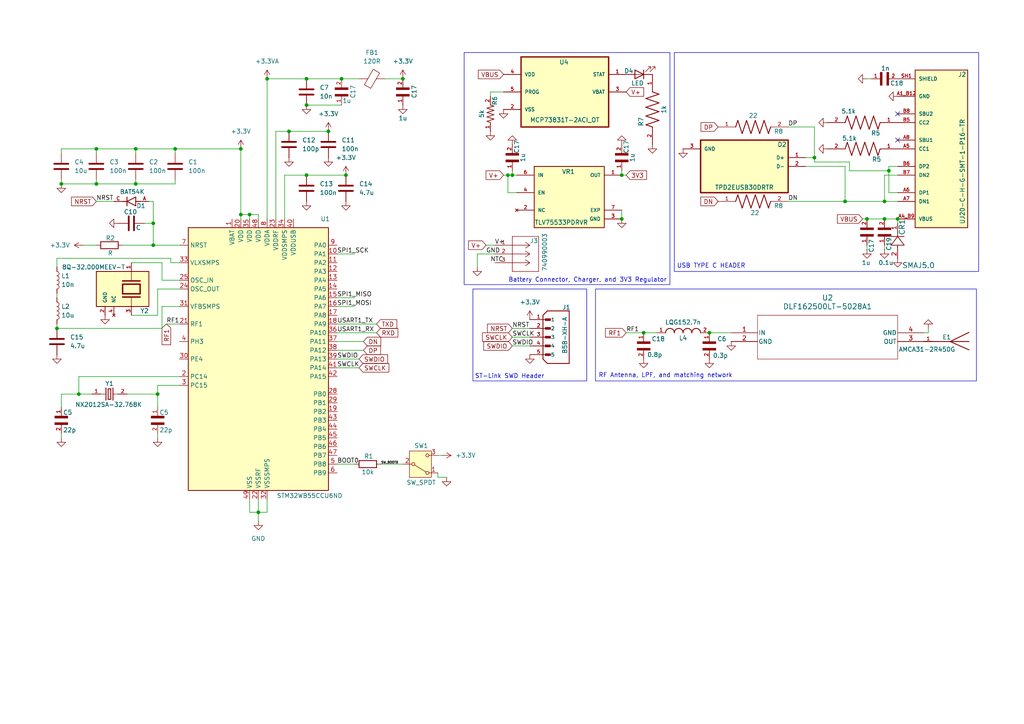
<source format=kicad_sch>
(kicad_sch (version 20250114) (generator "eeschema") (generator_version "9.0")
  (paper "A4")
  (rectangle (start 195.58 15.24) (end 283.845 78.74))
  (rectangle (start 134.62 15.24) (end 194.31 82.55))
  (rectangle (start 137.16 83.82) (end 170.18 110.49))
  (rectangle (start 172.72 83.82) (end 283.21 110.49))
  (text "RF Antenna, LPF, and matching network" (at 193.04 108.966 0) (effects (font (size 1.27 1.27))))
  (text "USB TYPE C HEADER " (at 206.756 77.216 0) (effects (font (size 1.27 1.27))))
  (text "ST-Link SWD Header" (at 147.828 109.22 0) (effects (font (size 1.27 1.27))))
  (text "Battery Connector, Charger, and 3V3 Regulator" (at 170.434 81.28 0) (effects (font (size 1.27 1.27))))
  (junction (at 251.46 63.5))
  (junction (at 95.25 38.1))
  (junction (at 50.8 43.18))
  (junction (at 147.32 50.8))
  (junction (at 256.54 63.5))
  (junction (at 88.9 50.8))
  (junction (at 39.37 53.34))
  (junction (at 205.74 96.52))
  (junction (at 180.34 63.5))
  (junction (at 83.82 38.1))
  (junction (at 245.11 58.42))
  (junction (at 77.47 22.86))
  (junction (at 69.85 43.18))
  (junction (at 27.94 53.34))
  (junction (at 27.94 43.18))
  (junction (at 256.54 58.42))
  (junction (at 116.84 22.86))
  (junction (at 45.72 114.3))
  (junction (at 22.86 114.3))
  (junction (at 39.37 43.18))
  (junction (at 44.45 71.12))
  (junction (at 88.9 30.48))
  (junction (at 148.59 50.8))
  (junction (at 180.34 50.8))
  (junction (at 72.39 62.23))
  (junction (at 17.78 53.34))
  (junction (at 88.9 22.86))
  (junction (at 74.93 148.59))
  (junction (at 16.51 95.25))
  (junction (at 99.06 22.86))
  (junction (at 100.33 50.8))
  (junction (at 69.85 62.23))
  (junction (at 236.22 45.72))
  (junction (at 260.35 63.5))
  (junction (at 186.69 96.52))
  (junction (at 257.81 49.53))
  (junction (at 44.45 64.77))
  (no_connect (at 260.35 40.64))
  (no_connect (at 260.35 33.02))
  (wire (pts (xy 38.1 91.44) (xy 45.72 91.44)))
  (wire (pts (xy 267.97 96.52) (xy 269.24 96.52)))
  (wire (pts (xy 236.22 36.83) (xy 228.6 36.83)))
  (wire (pts (xy 74.93 62.23) (xy 72.39 62.23)))
  (wire (pts (xy 257.81 55.88) (xy 260.35 55.88)))
  (wire (pts (xy 127 132.08) (xy 128.27 132.08)))
  (wire (pts (xy 97.79 86.36) (xy 102.87 86.36)))
  (wire (pts (xy 88.9 22.86) (xy 99.06 22.86)))
  (wire (pts (xy 27.94 58.42) (xy 33.02 58.42)))
  (wire (pts (xy 27.94 53.34) (xy 39.37 53.34)))
  (wire (pts (xy 16.51 95.25) (xy 46.99 95.25)))
  (wire (pts (xy 245.11 48.26) (xy 233.68 48.26)))
  (wire (pts (xy 46.99 88.9) (xy 52.07 88.9)))
  (wire (pts (xy 39.37 43.18) (xy 50.8 43.18)))
  (wire (pts (xy 127 137.16) (xy 127 138.43)))
  (wire (pts (xy 97.79 104.14) (xy 104.14 104.14)))
  (wire (pts (xy 44.45 58.42) (xy 43.18 58.42)))
  (wire (pts (xy 35.56 71.12) (xy 44.45 71.12)))
  (wire (pts (xy 148.59 50.8) (xy 149.86 50.8)))
  (wire (pts (xy 80.01 38.1) (xy 83.82 38.1)))
  (wire (pts (xy 74.93 144.78) (xy 74.93 148.59)))
  (wire (pts (xy 97.79 101.6) (xy 105.41 101.6)))
  (wire (pts (xy 148.59 97.79) (xy 153.67 97.79)))
  (wire (pts (xy 82.55 50.8) (xy 88.9 50.8)))
  (wire (pts (xy 17.78 43.18) (xy 17.78 44.45)))
  (wire (pts (xy 138.43 73.66) (xy 138.43 77.47)))
  (wire (pts (xy 111.76 22.86) (xy 116.84 22.86)))
  (wire (pts (xy 22.86 114.3) (xy 17.78 114.3)))
  (wire (pts (xy 44.45 71.12) (xy 44.45 64.77)))
  (wire (pts (xy 102.87 134.62) (xy 97.79 134.62)))
  (wire (pts (xy 36.83 114.3) (xy 45.72 114.3)))
  (wire (pts (xy 97.79 73.66) (xy 102.87 73.66)))
  (wire (pts (xy 269.24 96.52) (xy 269.24 95.25)))
  (wire (pts (xy 22.86 114.3) (xy 26.67 114.3)))
  (wire (pts (xy 77.47 22.86) (xy 88.9 22.86)))
  (wire (pts (xy 251.46 71.12) (xy 251.46 72.39)))
  (wire (pts (xy 256.54 58.42) (xy 260.35 58.42)))
  (wire (pts (xy 251.46 22.86) (xy 252.73 22.86)))
  (wire (pts (xy 16.51 74.93) (xy 16.51 77.47)))
  (wire (pts (xy 17.78 114.3) (xy 17.78 118.11)))
  (wire (pts (xy 260.35 48.26) (xy 257.81 48.26)))
  (wire (pts (xy 74.93 63.5) (xy 74.93 62.23)))
  (wire (pts (xy 245.11 58.42) (xy 256.54 58.42)))
  (wire (pts (xy 69.85 62.23) (xy 69.85 63.5)))
  (wire (pts (xy 82.55 50.8) (xy 82.55 63.5)))
  (wire (pts (xy 50.8 43.18) (xy 50.8 44.45)))
  (wire (pts (xy 186.69 96.52) (xy 190.5 96.52)))
  (wire (pts (xy 69.85 43.18) (xy 69.85 62.23)))
  (wire (pts (xy 236.22 45.72) (xy 236.22 36.83)))
  (wire (pts (xy 149.86 55.88) (xy 147.32 55.88)))
  (wire (pts (xy 17.78 53.34) (xy 27.94 53.34)))
  (wire (pts (xy 147.32 50.8) (xy 148.59 50.8)))
  (wire (pts (xy 142.24 26.67) (xy 146.05 26.67)))
  (wire (pts (xy 52.07 111.76) (xy 45.72 111.76)))
  (wire (pts (xy 140.97 71.12) (xy 143.51 71.12)))
  (wire (pts (xy 83.82 38.1) (xy 95.25 38.1)))
  (wire (pts (xy 27.94 52.07) (xy 27.94 53.34)))
  (wire (pts (xy 256.54 50.8) (xy 256.54 58.42)))
  (wire (pts (xy 44.45 71.12) (xy 52.07 71.12)))
  (wire (pts (xy 72.39 144.78) (xy 72.39 148.59)))
  (wire (pts (xy 97.79 106.68) (xy 104.14 106.68)))
  (wire (pts (xy 205.74 96.52) (xy 212.09 96.52)))
  (wire (pts (xy 97.79 88.9) (xy 102.87 88.9)))
  (wire (pts (xy 27.94 43.18) (xy 27.94 44.45)))
  (wire (pts (xy 181.61 96.52) (xy 186.69 96.52)))
  (wire (pts (xy 27.94 43.18) (xy 39.37 43.18)))
  (wire (pts (xy 180.34 60.96) (xy 180.34 63.5)))
  (wire (pts (xy 233.68 45.72) (xy 236.22 45.72)))
  (wire (pts (xy 39.37 43.18) (xy 39.37 44.45)))
  (wire (pts (xy 88.9 50.8) (xy 100.33 50.8)))
  (wire (pts (xy 143.51 73.66) (xy 138.43 73.66)))
  (wire (pts (xy 45.72 111.76) (xy 45.72 114.3)))
  (wire (pts (xy 80.01 63.5) (xy 80.01 38.1)))
  (wire (pts (xy 24.13 71.12) (xy 27.94 71.12)))
  (wire (pts (xy 77.47 148.59) (xy 74.93 148.59)))
  (wire (pts (xy 48.26 93.98) (xy 52.07 93.98)))
  (wire (pts (xy 45.72 91.44) (xy 45.72 83.82)))
  (wire (pts (xy 52.07 109.22) (xy 22.86 109.22)))
  (wire (pts (xy 236.22 46.99) (xy 236.22 45.72)))
  (wire (pts (xy 17.78 125.73) (xy 17.78 127)))
  (wire (pts (xy 256.54 71.12) (xy 256.54 72.39)))
  (wire (pts (xy 88.9 30.48) (xy 99.06 30.48)))
  (wire (pts (xy 45.72 114.3) (xy 45.72 118.11)))
  (wire (pts (xy 44.45 58.42) (xy 44.45 64.77)))
  (wire (pts (xy 260.35 50.8) (xy 256.54 50.8)))
  (wire (pts (xy 45.72 83.82) (xy 52.07 83.82)))
  (wire (pts (xy 257.81 48.26) (xy 257.81 49.53)))
  (wire (pts (xy 245.11 58.42) (xy 245.11 48.26)))
  (wire (pts (xy 148.59 100.33) (xy 153.67 100.33)))
  (wire (pts (xy 16.51 93.98) (xy 16.51 95.25)))
  (wire (pts (xy 46.99 81.28) (xy 52.07 81.28)))
  (wire (pts (xy 148.59 95.25) (xy 153.67 95.25)))
  (wire (pts (xy 257.81 49.53) (xy 257.81 55.88)))
  (wire (pts (xy 97.79 99.06) (xy 105.41 99.06)))
  (wire (pts (xy 16.51 85.09) (xy 16.51 86.36)))
  (wire (pts (xy 39.37 53.34) (xy 39.37 52.07)))
  (wire (pts (xy 251.46 63.5) (xy 256.54 63.5)))
  (wire (pts (xy 97.79 96.52) (xy 109.22 96.52)))
  (wire (pts (xy 236.22 46.99) (xy 246.38 46.99)))
  (wire (pts (xy 52.07 76.2) (xy 49.53 76.2)))
  (wire (pts (xy 72.39 63.5) (xy 72.39 62.23)))
  (wire (pts (xy 17.78 52.07) (xy 17.78 53.34)))
  (wire (pts (xy 181.61 50.8) (xy 180.34 50.8)))
  (wire (pts (xy 147.32 55.88) (xy 147.32 50.8)))
  (wire (pts (xy 74.93 148.59) (xy 74.93 151.13)))
  (wire (pts (xy 49.53 76.2) (xy 49.53 74.93)))
  (wire (pts (xy 228.6 58.42) (xy 245.11 58.42)))
  (wire (pts (xy 72.39 62.23) (xy 69.85 62.23)))
  (wire (pts (xy 127 138.43) (xy 129.54 138.43)))
  (wire (pts (xy 180.34 49.53) (xy 180.34 50.8)))
  (wire (pts (xy 49.53 74.93) (xy 16.51 74.93)))
  (wire (pts (xy 246.38 49.53) (xy 246.38 46.99)))
  (wire (pts (xy 97.79 93.98) (xy 109.22 93.98)))
  (wire (pts (xy 72.39 148.59) (xy 74.93 148.59)))
  (wire (pts (xy 77.47 63.5) (xy 77.47 22.86)))
  (wire (pts (xy 50.8 53.34) (xy 50.8 52.07)))
  (wire (pts (xy 50.8 43.18) (xy 69.85 43.18)))
  (wire (pts (xy 77.47 144.78) (xy 77.47 148.59)))
  (wire (pts (xy 116.84 134.62) (xy 110.49 134.62)))
  (wire (pts (xy 142.24 27.94) (xy 142.24 26.67)))
  (wire (pts (xy 256.54 63.5) (xy 260.35 63.5)))
  (wire (pts (xy 260.35 64.77) (xy 260.35 63.5)))
  (wire (pts (xy 22.86 109.22) (xy 22.86 114.3)))
  (wire (pts (xy 38.1 76.2) (xy 46.99 76.2)))
  (wire (pts (xy 44.45 64.77) (xy 41.91 64.77)))
  (wire (pts (xy 146.05 50.8) (xy 147.32 50.8)))
  (wire (pts (xy 45.72 125.73) (xy 45.72 127)))
  (wire (pts (xy 99.06 22.86) (xy 104.14 22.86)))
  (wire (pts (xy 46.99 95.25) (xy 46.99 88.9)))
  (wire (pts (xy 46.99 76.2) (xy 46.99 81.28)))
  (wire (pts (xy 148.59 49.53) (xy 148.59 50.8)))
  (wire (pts (xy 39.37 53.34) (xy 50.8 53.34)))
  (wire (pts (xy 257.81 49.53) (xy 246.38 49.53)))
  (wire (pts (xy 250.19 63.5) (xy 251.46 63.5)))
  (wire (pts (xy 17.78 43.18) (xy 27.94 43.18)))
  (label "DP" (at 228.6 36.83 0))
  (label "NRST" (at 148.59 95.25 0))
  (label "SWDIO" (at 148.59 100.33 0))
  (label "USART1_RX" (at 97.79 96.52 0))
  (label "RF1" (at 181.61 96.52 0))
  (label "USART1_TX" (at 97.79 93.98 0))
  (label "BOOT0" (at 97.79 134.62 0))
  (label "RF1" (at 48.26 93.98 0))
  (label "DN" (at 228.6 58.42 0))
  (label "SW_BOOT0" (at 110.49 134.62 0) (effects (font (size 0.635 0.635))))
  (label "NTC" (at 142.24 76.2 0))
  (label "SPI1_MOSI" (at 97.79 88.9 0))
  (label "SPI1_MISO" (at 97.79 86.36 0))
  (label "SPI1_SCK" (at 97.79 73.66 0))
  (label "V+" (at 143.51 71.12 0))
  (label "NRST" (at 27.94 58.42 0))
  (label "SWCLK" (at 97.79 106.68 0))
  (label "SWDIO" (at 97.79 104.14 0))
  (label "GND" (at 140.97 73.66 0))
  (label "SWCLK" (at 148.59 97.79 0))
  (global_label "DN" (shape input) (at 105.41 99.06 0) (property "Intersheetrefs" "${INTERSHEET_REFS}" (effects (hide yes))))
  (global_label "NRST" (shape input) (at 148.59 95.25 180) (property "Intersheetrefs" "${INTERSHEET_REFS}" (effects (hide yes))))
  (global_label "RXD" (shape input) (at 109.22 96.52 0) (property "Intersheetrefs" "${INTERSHEET_REFS}" (effects (hide yes))))
  (global_label "V+" (shape input) (at 181.61 26.67 0) (property "Intersheetrefs" "${INTERSHEET_REFS}" (effects (hide yes))))
  (global_label "DP" (shape input) (at 105.41 101.6 0) (property "Intersheetrefs" "${INTERSHEET_REFS}" (effects (hide yes))))
  (global_label "RF1" (shape input) (at 48.26 93.98 270) (property "Intersheetrefs" "${INTERSHEET_REFS}" (effects (hide yes))))
  (global_label "SWCLK" (shape input) (at 148.59 97.79 180) (property "Intersheetrefs" "${INTERSHEET_REFS}" (effects (hide yes))))
  (global_label "V+" (shape input) (at 146.05 50.8 180) (property "Intersheetrefs" "${INTERSHEET_REFS}" (effects (hide yes))))
  (global_label "NRST" (shape input) (at 27.94 58.42 180) (property "Intersheetrefs" "${INTERSHEET_REFS}" (effects (hide yes))))
  (global_label "VBUS" (shape input) (at 146.05 21.59 180) (property "Intersheetrefs" "${INTERSHEET_REFS}" (effects (hide yes))))
  (global_label "V+" (shape input) (at 140.97 71.12 180) (property "Intersheetrefs" "${INTERSHEET_REFS}" (effects (hide yes))))
  (global_label "SWDIO" (shape input) (at 104.14 104.14 0) (property "Intersheetrefs" "${INTERSHEET_REFS}" (effects (hide yes))))
  (global_label "TXD" (shape input) (at 109.22 93.98 0) (property "Intersheetrefs" "${INTERSHEET_REFS}" (effects (hide yes))))
  (global_label "DN" (shape input) (at 208.28 58.42 180) (property "Intersheetrefs" "${INTERSHEET_REFS}" (effects (hide yes))))
  (global_label "VBUS" (shape input) (at 250.19 63.5 180) (property "Intersheetrefs" "${INTERSHEET_REFS}" (effects (hide yes))))
  (global_label "RF1" (shape input) (at 181.61 96.52 180) (property "Intersheetrefs" "${INTERSHEET_REFS}" (effects (hide yes))))
  (global_label "DP" (shape input) (at 208.28 36.83 180) (property "Intersheetrefs" "${INTERSHEET_REFS}" (effects (hide yes))))
  (global_label "SWCLK" (shape input) (at 104.14 106.68 0) (property "Intersheetrefs" "${INTERSHEET_REFS}" (effects (hide yes))))
  (global_label "SWDIO" (shape input) (at 148.59 100.33 180) (property "Intersheetrefs" "${INTERSHEET_REFS}" (effects (hide yes))))
  (global_label "3V3" (shape input) (at 181.61 50.8 0) (property "Intersheetrefs" "${INTERSHEET_REFS}" (effects (hide yes))))
  (symbol (lib_id "power:GND") (at 189.23 41.91 0) (unit 1)
    (property "Reference" "#PWR041" (effects (hide yes)))
    (property "Value" "GND" (effects (hide yes)))
    (property "Description" "Power symbol creates a global label with name \"GND\" , ground" (effects (hide yes)))
  )
  (symbol (lib_id "JMK105BJ105KV-F:JMK105BJ105KV-F") (at 116.84 27.94 90) (unit 1)
    (property "Reference" "C17" (at 120.142 24.638 0) (effects (justify right)))
    (property "Value" "1u" (at 115.57 34.29 90) (effects (justify right)))
    (property "Footprint" "JMK105BJ105KV-F:CAPC1005X55N" (effects (hide yes)))
    (property "DigiKey_Part_Number" "587-1231-1-ND" (effects (hide yes)))
    (property "SnapEDA_Link" "https://www.snapeda.com/parts/JMK105BJ105KV-F/Taiyo+Yuden/view-part/?ref=snap" (effects (hide yes)))
    (property "Description_1" "1 µF ±10% 6.3V Ceramic Capacitor X5R 0402 (1005 Metric)" (effects (hide yes)))
    (property "MF" "Taiyo Yuden" (effects (hide yes)))
    (property "Package" "1005 Taiyo Yuden" (effects (hide yes)))
    (property "Check_prices" "https://www.snapeda.com/parts/JMK105BJ105KV-F/Taiyo+Yuden/view-part/?ref=eda" (effects (hide yes)))
    (property "MP" "JMK105BJ105KV-F" (effects (hide yes)))
  )
  (symbol (lib_id "power:GND") (at 95.25 45.72 0) (unit 1)
    (property "Reference" "#PWR013" (effects (hide yes)))
    (property "Value" "GND" (effects (hide yes)))
    (property "Description" "Power symbol creates a global label with name \"GND\" , ground" (effects (hide yes)))
  )
  (symbol (lib_id "power:GND") (at 256.54 72.39 0) (unit 1)
    (property "Reference" "#PWR043" (effects (hide yes)))
    (property "Value" "GND" (effects (hide yes)))
    (property "Description" "Power symbol creates a global label with name \"GND\" , ground" (effects (hide yes)))
  )
  (symbol (lib_id "Device:FerriteBead") (at 107.95 22.86 90) (unit 1)
    (property "Reference" "FB1" (at 107.8992 15.24 90))
    (property "Value" "120R" (at 107.8992 17.78 90))
    (property "Description" "Ferrite bead" (effects (hide yes)))
  )
  (symbol (lib_id "power:GND") (at 17.78 53.34 0) (unit 1)
    (property "Reference" "#PWR04" (effects (hide yes)))
    (property "Value" "GND" (effects (hide yes)))
    (property "Description" "Power symbol creates a global label with name \"GND\" , ground" (effects (hide yes)))
  )
  (symbol (lib_id "power:+3.3V") (at 128.27 132.08 270) (unit 1)
    (property "Reference" "#PWR019" (effects (hide yes)))
    (property "Value" "+3.3V" (at 132.08 132.0799 90) (effects (justify left)))
    (property "Description" "Power symbol creates a global label with name \"+3.3V\"" (effects (hide yes)))
  )
  (symbol (lib_id "B5B-XH-A:B5B-XH-A") (at 161.29 97.79 0) (unit 1)
    (property "Reference" "J1" (at 163.068 89.154 0) (effects (justify left)))
    (property "Value" "B5B-XH-A" (at 163.83 102.616 90) (effects (justify left)))
    (property "Footprint" "B5B-XH-A:JST_B5B-XH-A" (effects (hide yes)))
    (property "DigiKey_Part_Number" "455-B5B-XH-A-ND" (effects (hide yes)))
    (property "SnapEDA_Link" "https://www.snapeda.com/parts/B5B-XH-A/JST/view-part/?ref=snap" (effects (hide yes)))
    (property "MAXIMUM_PACKAGE_HEIGHT" "7.00 mm" (effects (hide yes)))
    (property "Package" "None" (effects (hide yes)))
    (property "Check_prices" "https://www.snapeda.com/parts/B5B-XH-A/JST/view-part/?ref=eda" (effects (hide yes)))
    (property "STANDARD" "Manufacturer Recommendations" (effects (hide yes)))
    (property "PARTREV" "7/4/21" (effects (hide yes)))
    (property "MF" "JST" (effects (hide yes)))
    (property "MP" "B5B-XH-A" (effects (hide yes)))
    (property "Description_1" "JST Pin header, single-row straight 5-pin Header / Plug 5 Positions 2.5mm" (effects (hide yes)))
    (property "MANUFACTURER" "JST" (effects (hide yes)))
  )
  (symbol (lib_id "CRCW04021K00FKED:CRCW04021K00FKED") (at 189.23 31.75 270) (unit 1)
    (property "Reference" "R7" (at 185.928 35.306 0))
    (property "Value" "1k" (at 192.532 31.75 0))
    (property "Footprint" "CRCW04021K00FKED:RESC1005X40N" (effects (hide yes)))
    (property "DigiKey_Part_Number" "541-1.00KLCT-ND" (effects (hide yes)))
    (property "SnapEDA_Link" "https://www.snapeda.com/parts/CRCW04021K00FKED/Vishay+Dale/view-part/?ref=snap" (effects (hide yes)))
    (property "Description_1" "Resistor, Thick Film, 1 Kilohms, 0.063W, 1%, SMT, TCR 37 ppm/DegC, Tape and Reel | Vishay Dale CRCW04021K00FKED" (effects (hide yes)))
    (property "MF" "Vishay" (effects (hide yes)))
    (property "Package" "1005 Panasonic Electronic Components" (effects (hide yes)))
    (property "Check_prices" "https://www.snapeda.com/parts/CRCW04021K00FKED/Vishay+Dale/view-part/?ref=eda" (effects (hide yes)))
    (property "MP" "CRCW04021K00FKED" (effects (hide yes)))
  )
  (symbol (lib_id "CRCW040222R0FKED:CRCW040222R0FKED") (at 218.44 58.42 0) (unit 1)
    (property "Reference" "R8" (at 225.806 59.69 0))
    (property "Value" "22" (at 218.948 61.722 0))
    (property "Footprint" "CRCW040222R0FKED:RESC1005X40N" (effects (hide yes)))
    (property "DigiKey_Part_Number" "541-22.0LCT-ND" (effects (hide yes)))
    (property "SnapEDA_Link" "https://www.snapeda.com/parts/CRCW040222R0FKED/Vishay+Dale/view-part/?ref=snap" (effects (hide yes)))
    (property "Description_1" "Resistor;Thick Film;22 Ohms;0.063 W;1%;SMT;0402;TCR 37 ppm/DegC;Tape and Reel | Vishay Dale CRCW040222R0FKED" (effects (hide yes)))
    (property "MF" "Vishay Dale" (effects (hide yes)))
    (property "Package" "1005 Panasonic Electronic Components" (effects (hide yes)))
    (property "Check_prices" "https://www.snapeda.com/parts/CRCW040222R0FKED/Vishay+Dale/view-part/?ref=eda" (effects (hide yes)))
    (property "MP" "CRCW040222R0FKED" (effects (hide yes)))
  )
  (symbol (lib_id "power:+3.3V") (at 116.84 22.86 0) (unit 1)
    (property "Reference" "#PWR010" (effects (hide yes)))
    (property "Value" "+3.3V" (at 116.84 17.78 0))
    (property "Description" "Power symbol creates a global label with name \"+3.3V\"" (effects (hide yes)))
  )
  (symbol (lib_id "power:GND") (at 146.05 31.75 0) (unit 1)
    (property "Reference" "#PWR039" (effects (hide yes)))
    (property "Value" "GND" (effects (hide yes)))
    (property "Description" "Power symbol creates a global label with name \"GND\" , ground" (effects (hide yes)))
  )
  (symbol (lib_id "CL05A104KA5NNNC:CL05A104KA5NNNC") (at 256.54 68.58 90) (unit 1)
    (property "Reference" "C19" (at 257.81 68.834 0) (effects (justify right)))
    (property "Value" "0.1u" (at 254.762 76.2 90) (effects (justify right)))
    (property "Footprint" "CL05A104KA5NNNC:CAPC1005X55N" (effects (hide yes)))
    (property "L1_min" "0.15" (effects (hide yes)))
    (property "Check_prices" "https://www.snapeda.com/parts/CL05A104KA5NNNC/Samsung/view-part/?ref=eda" (effects (hide yes)))
    (property "Package" "SMD-2 Samsung" (effects (hide yes)))
    (property "STANDARD" "IPC 7351B" (effects (hide yes)))
    (property "E_min" "0.45" (effects (hide yes)))
    (property "SnapEDA_Link" "https://www.snapeda.com/parts/CL05A104KA5NNNC/Samsung/view-part/?ref=snap" (effects (hide yes)))
    (property "D_min" "0.95" (effects (hide yes)))
    (property "D_nom" "1.0" (effects (hide yes)))
    (property "L_min" "0.15" (effects (hide yes)))
    (property "E_max" "0.55" (effects (hide yes)))
    (property "DigiKey_Part_Number" "1276-1043-1-ND" (effects (hide yes)))
    (property "L_max" "0.35" (effects (hide yes)))
    (property "A_max" "0.55" (effects (hide yes)))
    (property "L1_nom" "0.25" (effects (hide yes)))
    (property "Description_1" "0.1 µF ±10% 25V Ceramic Capacitor X5R 0402 (1005 Metric)" (effects (hide yes)))
    (property "MF" "Samsung" (effects (hide yes)))
    (property "D_max" "1.05" (effects (hide yes)))
    (property "A_nom" "0.55" (effects (hide yes)))
    (property "L1_max" "0.35" (effects (hide yes)))
    (property "A_min" "0.55" (effects (hide yes)))
    (property "MP" "CL05A104KA5NNNC" (effects (hide yes)))
    (property "E_nom" "0.5" (effects (hide yes)))
    (property "MANUFACTURER" "Samsung Electro-Mechanics" (effects (hide yes)))
    (property "L_nom" "0.25" (effects (hide yes)))
  )
  (symbol (lib_id "power:GND") (at 251.46 22.86 270) (unit 1)
    (property "Reference" "#PWR028" (effects (hide yes)))
    (property "Value" "GND" (effects (hide yes)))
    (property "Description" "Power symbol creates a global label with name \"GND\" , ground" (effects (hide yes)))
  )
  (symbol (lib_id "740990003:740990003") (at 143.51 71.12 0) (unit 1)
    (property "Reference" "J3" (at 153.67 69.85 0) (effects (justify left)))
    (property "Value" "740990003" (at 157.988 78.74 90) (effects (justify left)))
    (property "Footprint" "740990003:CONN_SD-74099-001_03_MOL" (effects (hide yes)))
    (property "DigiKey_Part_Number" "23-0740990003-ND" (effects (hide yes)))
    (property "SnapEDA_Link" "https://www.snapeda.com/parts/740990003/Molex/view-part/?ref=snap" (effects (hide yes)))
    (property "Description_1" "Conn Shrouded Header (4 Sides) HDR 3 POS 2.54mm Solder ST SMD SL Tube" (effects (hide yes)))
    (property "Package" "None" (effects (hide yes)))
    (property "Check_prices" "https://www.snapeda.com/parts/740990003/Molex/view-part/?ref=eda" (effects (hide yes)))
    (property "MF" "Molex" (effects (hide yes)))
    (property "MP" "740990003" (effects (hide yes)))
    (property "MFR_NAME" "Molex Connector Corporation" (effects (hide yes)))
    (property "MANUFACTURER_PART_NUMBER" "740990003" (effects (hide yes)))
  )
  (symbol (lib_id "GRM1555C1HR80BA01D:GRM1555C1HR80BA01D") (at 186.69 99.06 270) (unit 1)
    (property "Reference" "C18" (at 188.976 98.298 90) (effects (justify left)))
    (property "Value" "0.8p" (at 187.706 102.87 90) (effects (justify left)))
    (property "Footprint" "GRM1555C1HR80BA01D:CAPC1005X55N" (effects (hide yes)))
    (property "DigiKey_Part_Number" "490-6269-1-ND" (effects (hide yes)))
    (property "SnapEDA_Link" "https://www.snapeda.com/parts/GRM1555C1HR80BA01D/Murata/view-part/?ref=snap" (effects (hide yes)))
    (property "Description_1" "SMD Capacitor C0G(EIA) with Capacitance: 0.80pF Tol. 0.1pF. Rated Voltage: 50Vdc" (effects (hide yes)))
    (property "MF" "Murata" (effects (hide yes)))
    (property "Package" "1005-2 Murata" (effects (hide yes)))
    (property "Check_prices" "https://www.snapeda.com/parts/GRM1555C1HR80BA01D/Murata/view-part/?ref=eda" (effects (hide yes)))
    (property "MP" "GRM1555C1HR80BA01D" (effects (hide yes)))
  )
  (symbol (lib_id "power:GND") (at 260.35 27.94 270) (unit 1)
    (property "Reference" "#PWR036" (effects (hide yes)))
    (property "Value" "GND" (effects (hide yes)))
    (property "Description" "Power symbol creates a global label with name \"GND\" , ground" (effects (hide yes)))
  )
  (symbol (lib_id "power:GND") (at 88.9 30.48 0) (unit 1)
    (property "Reference" "#PWR08" (effects (hide yes)))
    (property "Value" "GND" (effects (hide yes)))
    (property "Description" "Power symbol creates a global label with name \"GND\" , ground" (effects (hide yes)))
  )
  (symbol (lib_id "power:GND") (at 148.59 41.91 180) (unit 1)
    (property "Reference" "#PWR046" (effects (hide yes)))
    (property "Value" "GND" (effects (hide yes)))
    (property "Description" "Power symbol creates a global label with name \"GND\" , ground" (effects (hide yes)))
  )
  (symbol (lib_id "MCU_ST_STM32WB:STM32WB55CCUx") (at 74.93 104.14 0) (unit 1)
    (property "Reference" "U1" (at 92.964 63.5 0) (effects (justify left)))
    (property "Value" "STM32WB55CCU6ND" (at 80.264 143.764 0) (effects (justify left)))
    (property "Footprint" "Package_DFN_QFN:QFN-48-1EP_7x7mm_P0.5mm_EP5.6x5.6mm" (effects (hide yes)))
    (property "Datasheet" "https://www.st.com/resource/en/datasheet/stm32wb55cc.pdf" (effects (hide yes)))
    (property "Description" "STMicroelectronics Arm Cortex-M4 MCU, 256KB flash, 128KB RAM, 64 MHz, 1.71-3.6V, 30 GPIO, UFQFPN48" (effects (hide yes)))
  )
  (symbol (lib_id "CRCW04025K10FKED:CRCW04025K10FKED") (at 250.19 43.18 180) (unit 1)
    (property "Reference" "R5" (at 254.254 46.228 0))
    (property "Value" "5.1k" (at 246.38 40.132 0))
    (property "Footprint" "CRCW04025K10FKED:RESC1005X40N" (effects (hide yes)))
    (property "DigiKey_Part_Number" "541-5.10KLCT-ND" (effects (hide yes)))
    (property "SnapEDA_Link" "https://www.snapeda.com/parts/CRCW04025K10FKED/Vishay/view-part/?ref=snap" (effects (hide yes)))
    (property "Description_1" "Resistor;Thick Film;5.1 Kilohms;0.063 W;1%;SMT;0402;TCR 37 ppm/DegC;TR | Vishay Dale CRCW04025K10FKED" (effects (hide yes)))
    (property "MF" "Vishay" (effects (hide yes)))
    (property "Package" "1005 Panasonic Electronic Components" (effects (hide yes)))
    (property "Check_prices" "https://www.snapeda.com/parts/CRCW04025K10FKED/Vishay/view-part/?ref=eda" (effects (hide yes)))
    (property "MP" "CRCW04025K10FKED" (effects (hide yes)))
  )
  (symbol (lib_id "Device:C") (at 27.94 48.26 0) (unit 1)
    (property "Reference" "C3" (at 31.75 46.9899 0) (effects (justify left)))
    (property "Value" "100n" (at 31.75 49.5299 0) (effects (justify left)))
    (property "Description" "Unpolarized capacitor" (effects (hide yes)))
  )
  (symbol (lib_id "power:GND") (at 138.43 77.47 0) (unit 1)
    (property "Reference" "#PWR038" (effects (hide yes)))
    (property "Value" "GND" (effects (hide yes)))
    (property "Description" "Power symbol creates a global label with name \"GND\" , ground" (effects (hide yes)))
  )
  (symbol (lib_id "Device:C") (at 38.1 64.77 90) (unit 1)
    (property "Reference" "C10" (at 37.846 61.468 90))
    (property "Value" "C" (at 40.132 66.04 90))
    (property "Description" "Unpolarized capacitor" (effects (hide yes)))
  )
  (symbol (lib_id "BAT54KFILM:BAT54KFILM") (at 38.1 58.42 180) (unit 1)
    (property "Reference" "D1" (at 40.894 59.69 0))
    (property "Value" "BAT54K" (at 38.354 55.626 0))
    (property "Footprint" "BAT54KFILM:SODFL1608X70N" (effects (hide yes)))
    (property "DigiKey_Part_Number" "497-5561-1-ND" (effects (hide yes)))
    (property "SnapEDA_Link" "https://www.snapeda.com/parts/BAT54KFILM/STMicroelectronics/view-part/?ref=snap" (effects (hide yes)))
    (property "MAXIMUM_PACKAGE_HEIGHT" "0.7mm" (effects (hide yes)))
    (property "Package" "SOD-523 STMicroelectronics" (effects (hide yes)))
    (property "Check_prices" "https://www.snapeda.com/parts/BAT54KFILM/STMicroelectronics/view-part/?ref=eda" (effects (hide yes)))
    (property "STANDARD" "IPC-7351B" (effects (hide yes)))
    (property "PARTREV" "3" (effects (hide yes)))
    (property "MF" "STMicroelectronics" (effects (hide yes)))
    (property "MP" "BAT54KFILM" (effects (hide yes)))
    (property "Description_1" "Diode Schottky 40 V 300mA (DC) Surface Mount SOD-523" (effects (hide yes)))
    (property "MANUFACTURER" "STMicroelectronics" (effects (hide yes)))
  )
  (symbol (lib_id "power:GND") (at 251.46 72.39 0) (unit 1)
    (property "Reference" "#PWR044" (effects (hide yes)))
    (property "Value" "GND" (effects (hide yes)))
    (property "Description" "Power symbol creates a global label with name \"GND\" , ground" (effects (hide yes)))
  )
  (symbol (lib_id "power:GND") (at 240.03 43.18 270) (unit 1)
    (property "Reference" "#PWR030" (effects (hide yes)))
    (property "Value" "GND" (effects (hide yes)))
    (property "Description" "Power symbol creates a global label with name \"GND\" , ground" (effects (hide yes)))
  )
  (symbol (lib_id "Device:C") (at 83.82 41.91 0) (unit 1)
    (property "Reference" "C12" (at 87.63 40.6399 0) (effects (justify left)))
    (property "Value" "100p" (at 87.63 43.1799 0) (effects (justify left)))
    (property "Description" "Unpolarized capacitor" (effects (hide yes)))
  )
  (symbol (lib_id "JMK105BJ105KV-F:JMK105BJ105KV-F") (at 148.59 46.99 90) (unit 1)
    (property "Reference" "C17" (at 149.86 40.64 0) (effects (justify right)))
    (property "Value" "1u" (at 151.638 44.45 0) (effects (justify right)))
    (property "Footprint" "JMK105BJ105KV-F:CAPC1005X55N" (effects (hide yes)))
    (property "DigiKey_Part_Number" "587-1231-1-ND" (effects (hide yes)))
    (property "SnapEDA_Link" "https://www.snapeda.com/parts/JMK105BJ105KV-F/Taiyo+Yuden/view-part/?ref=snap" (effects (hide yes)))
    (property "Description_1" "1 µF ±10% 6.3V Ceramic Capacitor X5R 0402 (1005 Metric)" (effects (hide yes)))
    (property "MF" "Taiyo Yuden" (effects (hide yes)))
    (property "Package" "1005 Taiyo Yuden" (effects (hide yes)))
    (property "Check_prices" "https://www.snapeda.com/parts/JMK105BJ105KV-F/Taiyo+Yuden/view-part/?ref=eda" (effects (hide yes)))
    (property "MP" "JMK105BJ105KV-F" (effects (hide yes)))
  )
  (symbol (lib_id "Device:R") (at 31.75 71.12 90) (unit 1)
    (property "Reference" "R2" (at 32.004 69.088 90))
    (property "Value" "R" (at 32.004 73.406 90))
    (property "Description" "Resistor" (effects (hide yes)))
  )
  (symbol (lib_id "2026-02-12_05-16-45:DLF162500LT-5028A1") (at 212.09 96.52 0) (unit 1)
    (property "Reference" "U2" (at 240.03 86.36 0) (effects (font (size 1.524 1.524))))
    (property "Value" "DLF162500LT-5028A1" (at 240.03 88.9 0) (effects (font (size 1.524 1.524))))
    (property "Footprint" "DLF-4_1P6X0P8" (effects (hide yes)))
    (property "Datasheet" "DLF162500LT-5028A1" (effects (hide yes)))
  )
  (symbol (lib_id "Device:C") (at 95.25 41.91 0) (unit 1)
    (property "Reference" "C11" (at 99.06 40.6399 0) (effects (justify left)))
    (property "Value" "100n" (at 99.06 43.1799 0) (effects (justify left)))
    (property "Description" "Unpolarized capacitor" (effects (hide yes)))
  )
  (symbol (lib_id "power:GND") (at 16.51 102.87 0) (unit 1)
    (property "Reference" "#PWR020" (effects (hide yes)))
    (property "Value" "GND" (effects (hide yes)))
    (property "Description" "Power symbol creates a global label with name \"GND\" , ground" (effects (hide yes)))
  )
  (symbol (lib_id "power:GND") (at 142.24 38.1 0) (unit 1)
    (property "Reference" "#PWR040" (effects (hide yes)))
    (property "Value" "GND" (effects (hide yes)))
    (property "Description" "Power symbol creates a global label with name \"GND\" , ground" (effects (hide yes)))
  )
  (symbol (lib_id "power:GND") (at 100.33 58.42 0) (unit 1)
    (property "Reference" "#PWR017" (effects (hide yes)))
    (property "Value" "GND" (effects (hide yes)))
    (property "Description" "Power symbol creates a global label with name \"GND\" , ground" (effects (hide yes)))
  )
  (symbol (lib_id "SMAJ5-0:SMAJ5.0") (at 260.35 74.93 90) (unit 1)
    (property "Reference" "CR1" (at 261.62 63.5 0) (effects (font (size 1.524 1.524)) (justify right)))
    (property "Value" "SMAJ5.0" (at 261.62 76.962 90) (effects (font (size 1.524 1.524)) (justify right)))
    (property "Footprint" "SMAJ5-0:SMASeries_LTF" (effects (hide yes)))
    (property "Datasheet" "SMAJ5.0" (effects (hide yes)))
  )
  (symbol (lib_id "GRM155R71H102KA01D:GRM155R71H102KA01D") (at 255.27 22.86 0) (unit 1)
    (property "Reference" "C18" (at 260.096 24.13 0))
    (property "Value" "1n" (at 256.794 19.812 0))
    (property "Footprint" "GRM155R71H102KA01D:CAPC1005X55N" (effects (hide yes)))
    (property "DigiKey_Part_Number" "490-1303-1-ND" (effects (hide yes)))
    (property "SnapEDA_Link" "https://www.snapeda.com/parts/GRM155R71H102KA01D/Murata/view-part/?ref=snap" (effects (hide yes)))
    (property "Description_1" "SMD Capacitor X7R(EIA) with Capacitance: 1000pF Tol. 10%. Rated Voltage: 50Vdc" (effects (hide yes)))
    (property "MF" "Murata" (effects (hide yes)))
    (property "Package" "1005-2 Murata" (effects (hide yes)))
    (property "Check_prices" "https://www.snapeda.com/parts/GRM155R71H102KA01D/Murata/view-part/?ref=eda" (effects (hide yes)))
    (property "MP" "GRM155R71H102KA01D" (effects (hide yes)))
  )
  (symbol (lib_id "Device:C") (at 17.78 48.26 0) (unit 1)
    (property "Reference" "C4" (at 21.59 46.9899 0) (effects (justify left)))
    (property "Value" "10u" (at 21.59 49.5299 0) (effects (justify left)))
    (property "Description" "Unpolarized capacitor" (effects (hide yes)))
  )
  (symbol (lib_id "JMK105BJ105KV-F:JMK105BJ105KV-F") (at 99.06 27.94 90) (unit 1)
    (property "Reference" "C17" (at 102.362 24.638 0) (effects (justify right)))
    (property "Value" "1u" (at 99.314 29.21 90) (effects (justify right)))
    (property "Footprint" "JMK105BJ105KV-F:CAPC1005X55N" (effects (hide yes)))
    (property "DigiKey_Part_Number" "587-1231-1-ND" (effects (hide yes)))
    (property "SnapEDA_Link" "https://www.snapeda.com/parts/JMK105BJ105KV-F/Taiyo+Yuden/view-part/?ref=snap" (effects (hide yes)))
    (property "Description_1" "1 µF ±10% 6.3V Ceramic Capacitor X5R 0402 (1005 Metric)" (effects (hide yes)))
    (property "MF" "Taiyo Yuden" (effects (hide yes)))
    (property "Package" "1005 Taiyo Yuden" (effects (hide yes)))
    (property "Check_prices" "https://www.snapeda.com/parts/JMK105BJ105KV-F/Taiyo+Yuden/view-part/?ref=eda" (effects (hide yes)))
    (property "MP" "JMK105BJ105KV-F" (effects (hide yes)))
  )
  (symbol (lib_id "UJ20-C-H-G-SMT-1-P16-TR:UJ20-C-H-G-SMT-1-P16-TR") (at 273.05 43.18 180) (unit 1)
    (property "Reference" "J2" (at 277.876 21.59 0) (effects (justify right)))
    (property "Value" "UJ20-C-H-G-SMT-1-P16-TR" (at 279.146 65.024 90) (effects (justify right)))
    (property "Footprint" "UJ20-C-H-G-SMT-1-P16-TR:SAMESKY_UJ20-C-H-G-SMT-1-P16-TR" (effects (hide yes)))
    (property "DigiKey_Part_Number" "2223-UJ20-C-H-G-SMT-1-P16-TRCT-ND" (effects (hide yes)))
    (property "SnapEDA_Link" "https://www.snapeda.com/parts/UJ20-C-H-G-SMT-1-P16-TR/Same+Sky/view-part/?ref=snap" (effects (hide yes)))
    (property "MAXIMUM_PACKAGE_HEIGHT" "3.46mm" (effects (hide yes)))
    (property "Package" "None" (effects (hide yes)))
    (property "Check_prices" "https://www.snapeda.com/parts/UJ20-C-H-G-SMT-1-P16-TR/Same+Sky/view-part/?ref=eda" (effects (hide yes)))
    (property "STANDARD" "Manufacturer Recommendations" (effects (hide yes)))
    (property "PARTREV" "1.0" (effects (hide yes)))
    (property "MF" "Same Sky" (effects (hide yes)))
    (property "MP" "UJ20-C-H-G-SMT-1-P16-TR" (effects (hide yes)))
    (property "Description_1" "USB-C (USB TYPE-C) USB 2.0 Receptacle Connector 24 (16+8 Dummy) Position Surface Mount, Right Angle; Through Hole" (effects (hide yes)))
    (property "MANUFACTURER" "Same Sky" (effects (hide yes)))
  )
  (symbol (lib_id "CC0402FRNPO9BN220:CC0402FRNPO9BN220") (at 45.72 123.19 90) (unit 1)
    (property "Reference" "C5" (at 46.228 119.634 90) (effects (justify right)))
    (property "Value" "22p" (at 46.228 124.714 90) (effects (justify right)))
    (property "Footprint" "CC0402FRNPO9BN220:CAPC1005X55N" (effects (hide yes)))
    (property "DigiKey_Part_Number" "311-3330-1-ND" (effects (hide yes)))
    (property "SnapEDA_Link" "https://www.snapeda.com/parts/CC0402FRNPO9BN220/Yageo/view-part/?ref=snap" (effects (hide yes)))
    (property "Description_1" "22 pF ±1% 50V Ceramic Capacitor C0G, NP0 0402 (1005 Metric)" (effects (hide yes)))
    (property "MF" "Yageo" (effects (hide yes)))
    (property "Package" "0402 Yageo" (effects (hide yes)))
    (property "Check_prices" "https://www.snapeda.com/parts/CC0402FRNPO9BN220/Yageo/view-part/?ref=eda" (effects (hide yes)))
    (property "MP" "CC0402FRNPO9BN220" (effects (hide yes)))
  )
  (symbol (lib_id "power:GND") (at 30.48 91.44 0) (unit 1)
    (property "Reference" "#PWR03" (effects (hide yes)))
    (property "Value" "GND" (effects (hide yes)))
    (property "Description" "Power symbol creates a global label with name \"GND\" , ground" (effects (hide yes)))
  )
  (symbol (lib_id "AMCA31-2R450G-S1F-T3:AMCA31-2R450G-S1F-T3") (at 273.05 99.06 270) (unit 1)
    (property "Reference" "E1" (at 273.304 97.79 90) (effects (justify left)))
    (property "Value" "AMCA31-2R450G" (at 260.604 101.346 90) (effects (justify left)))
    (property "Footprint" "AMCA31-2R450G-S1F-T3:XDCR_AMCA31-2R450G-S1F-T3" (effects (hide yes)))
    (property "DigiKey_Part_Number" "535-14095-1-ND" (effects (hide yes)))
    (property "SnapEDA_Link" "https://www.snapeda.com/parts/AMCA31-2R450G-S1F-T3/Abracon/view-part/?ref=snap" (effects (hide yes)))
    (property "MAXIMUM_PACKAGE_HEIGHT" "1.4mm" (effects (hide yes)))
    (property "Package" "None" (effects (hide yes)))
    (property "Check_prices" "https://www.snapeda.com/parts/AMCA31-2R450G-S1F-T3/Abracon/view-part/?ref=eda" (effects (hide yes)))
    (property "STANDARD" "Manufacturer Recommendations" (effects (hide yes)))
    (property "PARTREV" "03-21-19" (effects (hide yes)))
    (property "MF" "Abracon" (effects (hide yes)))
    (property "MP" "AMCA31-2R450G-S1F-T3" (effects (hide yes)))
    (property "Description_1" "2.4GHz Bluetooth, Wi-Fi, WLAN Chip RF Antenna 2.405GHz ~ 2.495GHz 0.5dBi Solder Surface Mount" (effects (hide yes)))
    (property "MANUFACTURER" "Abracon" (effects (hide yes)))
    (property "SNAPEDA_PN" "AMCA31-2R450G-S1F-T3" (effects (hide yes)))
  )
  (symbol (lib_id "Device:C") (at 100.33 54.61 0) (unit 1)
    (property "Reference" "C14" (at 104.14 53.3399 0) (effects (justify left)))
    (property "Value" "4.7u" (at 104.14 55.8799 0) (effects (justify left)))
    (property "Description" "Unpolarized capacitor" (effects (hide yes)))
  )
  (symbol (lib_id "NX2012SA-32.768K-STD-MUB-1:NX2012SA-32.768K-STD-MUB-1") (at 31.75 114.3 0) (unit 1)
    (property "Reference" "Y1" (at 31.75 111.252 0))
    (property "Value" "NX2012SA-32.768K" (at 31.496 117.348 0))
    (property "Footprint" "NX2012SA-32.768K-STD-MUB-1:XTAL_NX2012SA-32.768K-STD-MUB-1" (effects (hide yes)))
    (property "MF" "NDK America," (effects (hide yes)))
    (property "DESCRIPTION" "Crystal 32.7680khz 12.5pf Smd" (effects (hide yes)))
    (property "PACKAGE" "SMD-2" (effects (hide yes)))
    (property "PRICE" "None" (effects (hide yes)))
    (property "Package" "SMD-2 NDK" (effects (hide yes)))
    (property "Check_prices" "https://www.snapeda.com/parts/NX2012SA-32.768K-STD-MUB-1/NDK/view-part/?ref=eda" (effects (hide yes)))
    (property "STANDARD" "Manufacturer Recommendation" (effects (hide yes)))
    (property "SnapEDA_Link" "https://www.snapeda.com/parts/NX2012SA-32.768K-STD-MUB-1/NDK/view-part/?ref=snap" (effects (hide yes)))
    (property "MP" "NX2012SA-32.768K-STD-MUB-1" (effects (hide yes)))
    (property "Price" "None" (effects (hide yes)))
    (property "Availability" "In Stock" (effects (hide yes)))
    (property "AVAILABILITY" "Unavailable" (effects (hide yes)))
    (property "Description_1" "32.768 kHz ±20ppm Crystal 12.5pF 80 kOhms 2-SMD, No Lead" (effects (hide yes)))
  )
  (symbol (lib_id "power:GND") (at 129.54 138.43 0) (unit 1)
    (property "Reference" "#PWR018" (effects (hide yes)))
    (property "Value" "GND" (effects (hide yes)))
    (property "Description" "Power symbol creates a global label with name \"GND\" , ground" (effects (hide yes)))
  )
  (symbol (lib_id "Device:R") (at 106.68 134.62 90) (unit 1)
    (property "Reference" "R1" (at 106.934 132.334 90))
    (property "Value" "10k" (at 106.68 136.906 90))
    (property "Description" "Resistor" (effects (hide yes)))
  )
  (symbol (lib_id "JMK105BJ105KV-F:JMK105BJ105KV-F") (at 180.34 46.99 90) (unit 1)
    (property "Reference" "C17" (at 181.61 40.64 0) (effects (justify right)))
    (property "Value" "1u" (at 183.388 44.45 0) (effects (justify right)))
    (property "Footprint" "JMK105BJ105KV-F:CAPC1005X55N" (effects (hide yes)))
    (property "DigiKey_Part_Number" "587-1231-1-ND" (effects (hide yes)))
    (property "SnapEDA_Link" "https://www.snapeda.com/parts/JMK105BJ105KV-F/Taiyo+Yuden/view-part/?ref=snap" (effects (hide yes)))
    (property "Description_1" "1 µF ±10% 6.3V Ceramic Capacitor X5R 0402 (1005 Metric)" (effects (hide yes)))
    (property "MF" "Taiyo Yuden" (effects (hide yes)))
    (property "Package" "1005 Taiyo Yuden" (effects (hide yes)))
    (property "Check_prices" "https://www.snapeda.com/parts/JMK105BJ105KV-F/Taiyo+Yuden/view-part/?ref=eda" (effects (hide yes)))
    (property "MP" "JMK105BJ105KV-F" (effects (hide yes)))
  )
  (symbol (lib_id "power:+3.3VA") (at 77.47 22.86 0) (unit 1)
    (property "Reference" "#PWR07" (effects (hide yes)))
    (property "Value" "+3.3VA" (at 77.47 17.78 0))
    (property "Description" "Power symbol creates a global label with name \"+3.3VA\"" (effects (hide yes)))
  )
  (symbol (lib_id "power:GND") (at 198.12 43.18 0) (unit 1)
    (property "Reference" "#PWR035" (effects (hide yes)))
    (property "Value" "GND" (effects (hide yes)))
    (property "Description" "Power symbol creates a global label with name \"GND\" , ground" (effects (hide yes)))
  )
  (symbol (lib_id "CRCW040222R0FKED:CRCW040222R0FKED") (at 218.44 36.83 0) (unit 1)
    (property "Reference" "R8" (at 225.806 38.1 0))
    (property "Value" "22" (at 218.44 33.528 0))
    (property "Footprint" "CRCW040222R0FKED:RESC1005X40N" (effects (hide yes)))
    (property "DigiKey_Part_Number" "541-22.0LCT-ND" (effects (hide yes)))
    (property "SnapEDA_Link" "https://www.snapeda.com/parts/CRCW040222R0FKED/Vishay+Dale/view-part/?ref=snap" (effects (hide yes)))
    (property "Description_1" "Resistor;Thick Film;22 Ohms;0.063 W;1%;SMT;0402;TCR 37 ppm/DegC;Tape and Reel | Vishay Dale CRCW040222R0FKED" (effects (hide yes)))
    (property "MF" "Vishay Dale" (effects (hide yes)))
    (property "Package" "1005 Panasonic Electronic Components" (effects (hide yes)))
    (property "Check_prices" "https://www.snapeda.com/parts/CRCW040222R0FKED/Vishay+Dale/view-part/?ref=eda" (effects (hide yes)))
    (property "MP" "CRCW040222R0FKED" (effects (hide yes)))
  )
  (symbol (lib_id "CRCW04025K10FKED:CRCW04025K10FKED") (at 250.19 35.56 180) (unit 1)
    (property "Reference" "R5" (at 254 38.608 0))
    (property "Value" "5.1k" (at 246.126 32.258 0))
    (property "Footprint" "CRCW04025K10FKED:RESC1005X40N" (effects (hide yes)))
    (property "DigiKey_Part_Number" "541-5.10KLCT-ND" (effects (hide yes)))
    (property "SnapEDA_Link" "https://www.snapeda.com/parts/CRCW04025K10FKED/Vishay/view-part/?ref=snap" (effects (hide yes)))
    (property "Description_1" "Resistor;Thick Film;5.1 Kilohms;0.063 W;1%;SMT;0402;TCR 37 ppm/DegC;TR | Vishay Dale CRCW04025K10FKED" (effects (hide yes)))
    (property "MF" "Vishay" (effects (hide yes)))
    (property "Package" "1005 Panasonic Electronic Components" (effects (hide yes)))
    (property "Check_prices" "https://www.snapeda.com/parts/CRCW04025K10FKED/Vishay/view-part/?ref=eda" (effects (hide yes)))
    (property "MP" "CRCW04025K10FKED" (effects (hide yes)))
  )
  (symbol (lib_id "power:+3.3V") (at 100.33 50.8 0) (unit 1)
    (property "Reference" "#PWR016" (effects (hide yes)))
    (property "Value" "+3.3V" (at 100.33 45.72 0))
    (property "Description" "Power symbol creates a global label with name \"+3.3V\"" (effects (hide yes)))
  )
  (symbol (lib_id "power:GND") (at 34.29 64.77 270) (unit 1)
    (property "Reference" "#PWR027" (effects (hide yes)))
    (property "Value" "GND" (effects (hide yes)))
    (property "Description" "Power symbol creates a global label with name \"GND\" , ground" (effects (hide yes)))
  )
  (symbol (lib_id "Device:C") (at 50.8 48.26 0) (unit 1)
    (property "Reference" "C1" (at 54.61 46.9899 0) (effects (justify left)))
    (property "Value" "100n" (at 54.61 49.5299 0) (effects (justify left)))
    (property "Description" "Unpolarized capacitor" (effects (hide yes)))
  )
  (symbol (lib_id "TPD2EUSB30DRTR:TPD2EUSB30DRTR") (at 215.9 48.26 0) (mirror y) (unit 1)
    (property "Reference" "D2" (at 226.822 41.91 0))
    (property "Value" "TPD2EUSB30DRTR" (at 215.9 54.356 0))
    (property "Footprint" "TPD2EUSB30DRTR:SOTFL35P100X50-3N" (effects (hide yes)))
    (property "DigiKey_Part_Number" "296-25509-1-ND" (effects (hide yes)))
    (property "SnapEDA_Link" "https://www.snapeda.com/parts/TPD2EUSB30DRTR/Texas+Instruments/view-part/?ref=snap" (effects (hide yes)))
    (property "Description_1" "Dual  0.7-pF, 5.5-V ±8-kV  ESD protection diode with 5-A  surge rating for USB 3.0" (effects (hide yes)))
    (property "MF" "Texas Instruments" (effects (hide yes)))
    (property "Package" "SOT-9X3-3 Texas Instruments" (effects (hide yes)))
    (property "Check_prices" "https://www.snapeda.com/parts/TPD2EUSB30DRTR/Texas+Instruments/view-part/?ref=eda" (effects (hide yes)))
    (property "MP" "TPD2EUSB30DRTR" (effects (hide yes)))
  )
  (symbol (lib_id "PNM0402E5001BST1:PNM0402E5001BST1") (at 142.24 33.02 90) (unit 1)
    (property "Reference" "R6" (at 143.51 29.21 0))
    (property "Value" "5k" (at 139.7 33.02 0))
    (property "Footprint" "PNM0402E5001BST1:RESC1005X40" (effects (hide yes)))
    (property "DigiKey_Part_Number" "541-1901-1-ND" (effects (hide yes)))
    (property "SnapEDA_Link" "https://www.snapeda.com/parts/PNM0402E5001BST1/Vishay+Dale/view-part/?ref=snap" (effects (hide yes)))
    (property "Description_1" "5 kOhms ±0.1% 0.05W, 1/20W Chip Resistor 0402 (1005 Metric) Anti-Sulfur, Moisture Resistant, Non-Inductive, Non-Magnetic Thin Film" (effects (hide yes)))
    (property "MF" "Vishay Dale" (effects (hide yes)))
    (property "Package" "0402-2 VISHAY" (effects (hide yes)))
    (property "Check_prices" "https://www.snapeda.com/parts/PNM0402E5001BST1/Vishay+Dale/view-part/?ref=eda" (effects (hide yes)))
    (property "MP" "PNM0402E5001BST1" (effects (hide yes)))
  )
  (symbol (lib_id "Device:C") (at 39.37 48.26 0) (unit 1)
    (property "Reference" "C2" (at 43.18 46.9899 0) (effects (justify left)))
    (property "Value" "100n" (at 43.18 49.5299 0) (effects (justify left)))
    (property "Description" "Unpolarized capacitor" (effects (hide yes)))
  )
  (symbol (lib_id "power:GND") (at 240.03 35.56 270) (unit 1)
    (property "Reference" "#PWR029" (effects (hide yes)))
    (property "Value" "GND" (effects (hide yes)))
    (property "Description" "Power symbol creates a global label with name \"GND\" , ground" (effects (hide yes)))
  )
  (symbol (lib_id "Device:C") (at 88.9 54.61 0) (unit 1)
    (property "Reference" "C13" (at 92.71 53.3399 0) (effects (justify left)))
    (property "Value" "100n" (at 92.71 55.8799 0) (effects (justify left)))
    (property "Description" "Unpolarized capacitor" (effects (hide yes)))
  )
  (symbol (lib_id "Device:L") (at 16.51 90.17 0) (unit 1)
    (property "Reference" "L2" (at 17.78 88.8999 0) (effects (justify left)))
    (property "Value" "10u" (at 17.78 91.4399 0) (effects (justify left)))
    (property "Description" "Inductor" (effects (hide yes)))
  )
  (symbol (lib_id "power:GND") (at 116.84 30.48 0) (unit 1)
    (property "Reference" "#PWR09" (effects (hide yes)))
    (property "Value" "GND" (effects (hide yes)))
    (property "Description" "Power symbol creates a global label with name \"GND\" , ground" (effects (hide yes)))
  )
  (symbol (lib_id "power:GND") (at 260.35 74.93 0) (unit 1)
    (property "Reference" "#PWR042" (effects (hide yes)))
    (property "Value" "GND" (effects (hide yes)))
    (property "Description" "Power symbol creates a global label with name \"GND\" , ground" (effects (hide yes)))
  )
  (symbol (lib_id "power:+3.3V") (at 153.67 92.71 0) (unit 1)
    (property "Reference" "#PWR026" (effects (hide yes)))
    (property "Value" "+3.3V" (at 153.67 87.63 0))
    (property "Description" "Power symbol creates a global label with name \"+3.3V\"" (effects (hide yes)))
  )
  (symbol (lib_id "power:GND") (at 153.67 102.87 0) (unit 1)
    (property "Reference" "#PWR025" (effects (hide yes)))
    (property "Value" "GND" (effects (hide yes)))
    (property "Description" "Power symbol creates a global label with name \"GND\" , ground" (effects (hide yes)))
  )
  (symbol (lib_id "Switch:SW_SPDT") (at 121.92 134.62 0) (mirror x) (unit 1)
    (property "Reference" "SW1" (at 122.174 129.286 0))
    (property "Value" "SW_SPDT" (at 122.174 139.954 0))
    (property "Description" "Switch, single pole double throw" (effects (hide yes)))
  )
  (symbol (lib_id "Device:C") (at 16.51 99.06 180) (unit 1)
    (property "Reference" "C15" (at 20.32 97.7899 0) (effects (justify right)))
    (property "Value" "4.7u" (at 20.32 100.3299 0) (effects (justify right)))
    (property "Description" "Unpolarized capacitor" (effects (hide yes)))
  )
  (symbol (lib_id "power:GND") (at 88.9 58.42 0) (unit 1)
    (property "Reference" "#PWR015" (effects (hide yes)))
    (property "Value" "GND" (effects (hide yes)))
    (property "Description" "Power symbol creates a global label with name \"GND\" , ground" (effects (hide yes)))
  )
  (symbol (lib_id "CC0402FRNPO9BN220:CC0402FRNPO9BN220") (at 17.78 123.19 90) (unit 1)
    (property "Reference" "C5" (at 18.288 119.634 90) (effects (justify right)))
    (property "Value" "22p" (at 18.288 124.714 90) (effects (justify right)))
    (property "Footprint" "CC0402FRNPO9BN220:CAPC1005X55N" (effects (hide yes)))
    (property "DigiKey_Part_Number" "311-3330-1-ND" (effects (hide yes)))
    (property "SnapEDA_Link" "https://www.snapeda.com/parts/CC0402FRNPO9BN220/Yageo/view-part/?ref=snap" (effects (hide yes)))
    (property "Description_1" "22 pF ±1% 50V Ceramic Capacitor C0G, NP0 0402 (1005 Metric)" (effects (hide yes)))
    (property "MF" "Yageo" (effects (hide yes)))
    (property "Package" "0402 Yageo" (effects (hide yes)))
    (property "Check_prices" "https://www.snapeda.com/parts/CC0402FRNPO9BN220/Yageo/view-part/?ref=eda" (effects (hide yes)))
    (property "MP" "CC0402FRNPO9BN220" (effects (hide yes)))
  )
  (symbol (lib_id "power:GND") (at 83.82 45.72 0) (unit 1)
    (property "Reference" "#PWR012" (effects (hide yes)))
    (property "Value" "GND" (effects (hide yes)))
    (property "Description" "Power symbol creates a global label with name \"GND\" , ground" (effects (hide yes)))
  )
  (symbol (lib_id "LQG15HS2N7S02D:LQG15HS2N7S02D") (at 198.12 96.52 0) (unit 1)
    (property "Reference" "L4" (at 198.12 98.044 0))
    (property "Value" "LQG152.7n" (at 198.12 93.472 0))
    (property "Footprint" "LQG15HS2N7S02D:INDC1005X55N" (effects (hide yes)))
    (property "DigiKey_Part_Number" "490-2615-1-ND" (effects (hide yes)))
    (property "SnapEDA_Link" "https://www.snapeda.com/parts/LQG15HS2N7S02D/Murata/view-part/?ref=snap" (effects (hide yes)))
    (property "Description_1" "Inductor with Inductance: 2.7nH Tol. +/-0.3nH, Package: 0402 (1005)" (effects (hide yes)))
    (property "MF" "Murata" (effects (hide yes)))
    (property "Package" "1005 Murata" (effects (hide yes)))
    (property "Check_prices" "https://www.snapeda.com/parts/LQG15HS2N7S02D/Murata/view-part/?ref=eda" (effects (hide yes)))
    (property "MP" "LQG15HS2N7S02D" (effects (hide yes)))
  )
  (symbol (lib_id "power:GND") (at 205.74 104.14 0) (unit 1)
    (property "Reference" "#PWR022" (effects (hide yes)))
    (property "Value" "GND" (effects (hide yes)))
    (property "Description" "Power symbol creates a global label with name \"GND\" , ground" (effects (hide yes)))
  )
  (symbol (lib_id "power:GND") (at 74.93 151.13 0) (unit 1)
    (property "Reference" "#PWR01" (effects (hide yes)))
    (property "Value" "GND" (at 74.93 156.21 0))
    (property "Description" "Power symbol creates a global label with name \"GND\" , ground" (effects (hide yes)))
  )
  (symbol (lib_id "Device:LED") (at 185.42 21.59 180) (unit 1)
    (property "Reference" "D4" (at 182.372 20.574 0))
    (property "Value" "LED" (at 184.912 24.13 0))
    (property "Description" "Light emitting diode" (effects (hide yes)))
    (property "Sim.Pins" "1=K 2=A" (effects (hide yes)))
  )
  (symbol (lib_id "power:GND") (at 180.34 41.91 180) (unit 1)
    (property "Reference" "#PWR047" (effects (hide yes)))
    (property "Value" "GND" (effects (hide yes)))
    (property "Description" "Power symbol creates a global label with name \"GND\" , ground" (effects (hide yes)))
  )
  (symbol (lib_id "power:GND") (at 269.24 95.25 180) (unit 1)
    (property "Reference" "#PWR024" (effects (hide yes)))
    (property "Value" "GND" (effects (hide yes)))
    (property "Description" "Power symbol creates a global label with name \"GND\" , ground" (effects (hide yes)))
  )
  (symbol (lib_id "8Q-32.000MEEV-T:8Q-32.000MEEV-T") (at 35.56 83.82 270) (unit 1)
    (property "Reference" "Y2" (at 43.18 90.17 90) (effects (justify right)))
    (property "Value" "8Q-32.000MEEV-T" (at 36.322 77.47 90) (effects (justify right)))
    (property "Footprint" "8Q-32.000MEEV-T:XTAL_8Q-32.000MEEV-T" (effects (hide yes)))
    (property "DigiKey_Part_Number" "887-1849-1-ND" (effects (hide yes)))
    (property "SnapEDA_Link" "https://www.snapeda.com/parts/8Q-32.000MEEV-T/TXC/view-part/?ref=snap" (effects (hide yes)))
    (property "MAXIMUM_PACKAGE_HEIGHT" "0.4 mm" (effects (hide yes)))
    (property "Package" "NON STANDARD-4 TXC" (effects (hide yes)))
    (property "Check_prices" "https://www.snapeda.com/parts/8Q-32.000MEEV-T/TXC/view-part/?ref=eda" (effects (hide yes)))
    (property "STANDARD" "Manufacturer Recommendations" (effects (hide yes)))
    (property "PARTREV" "N/A" (effects (hide yes)))
    (property "MF" "TXC" (effects (hide yes)))
    (property "MP" "8Q-32.000MEEV-T" (effects (hide yes)))
    (property "Description_1" "32 MHz ±10ppm Crystal 8pF 80 Ohms 4-SMD, No Lead" (effects (hide yes)))
    (property "MANUFACTURER" "TXC CORPORATION" (effects (hide yes)))
  )
  (symbol (lib_id "power:+3.3V") (at 95.25 38.1 0) (unit 1)
    (property "Reference" "#PWR014" (effects (hide yes)))
    (property "Value" "+3.3V" (at 95.25 33.02 0))
    (property "Description" "Power symbol creates a global label with name \"+3.3V\"" (effects (hide yes)))
  )
  (symbol (lib_id "GRM1555C1HR30WA01D:GRM1555C1HR30WA01D") (at 205.74 99.06 270) (unit 1)
    (property "Reference" "C6" (at 208.026 98.298 90) (effects (justify left)))
    (property "Value" "0.3p" (at 206.756 103.124 90) (effects (justify left)))
    (property "Footprint" "GRM1555C1HR30WA01D:CAPC1005X55N" (effects (hide yes)))
    (property "DigiKey_Part_Number" "490-6261-1-ND" (effects (hide yes)))
    (property "SnapEDA_Link" "https://www.snapeda.com/parts/GRM1555C1HR30WA01D/Murata/view-part/?ref=snap" (effects (hide yes)))
    (property "Description_1" "SMD Capacitor C0G(EIA) with Capacitance: 0.30pF Tol. 0.05pF. Rated Voltage: 50Vdc" (effects (hide yes)))
    (property "MF" "Murata" (effects (hide yes)))
    (property "Package" "1005-2 Murata" (effects (hide yes)))
    (property "Check_prices" "https://www.snapeda.com/parts/GRM1555C1HR30WA01D/Murata/view-part/?ref=eda" (effects (hide yes)))
    (property "MP" "GRM1555C1HR30WA01D" (effects (hide yes)))
  )
  (symbol (lib_id "MCP73831T-2ACI_OT:MCP73831T-2ACI_OT") (at 163.83 24.13 0) (unit 1)
    (property "Reference" "U4" (at 163.576 18.034 0))
    (property "Value" "MCP73831T-2ACI_OT" (at 163.83 34.798 0))
    (property "Footprint" "MCP73831T-2ACI_OT:SOT95P280X145-5N" (effects (hide yes)))
    (property "DigiKey_Part_Number" "MCP73831T-2ACI/OTCT-ND" (effects (hide yes)))
    (property "SnapEDA_Link" "https://www.snapeda.com/parts/MCP73831T-2ACI/OT/Microchip+Technology/view-part/?ref=snap" (effects (hide yes)))
    (property "Description_1" "TINY INTEGRATED LI-ION/LI-POLY CHARGE MGNT CONTROLLER, 4.2V VREG | Microchip Technology Inc. MCP73831T-2ACI/OT" (effects (hide yes)))
    (property "PACKAGE" "SOT-5" (effects (hide yes)))
    (property "MPN" "MCP73831T-2ACI/OT" (effects (hide yes)))
    (property "Package" "SOT-23 Microchip" (effects (hide yes)))
    (property "OC_FARNELL" "1332158" (effects (hide yes)))
    (property "MF" "Microchip" (effects (hide yes)))
    (property "MP" "MCP73831T-2ACI/OT" (effects (hide yes)))
    (property "SUPPLIER" "Microchip" (effects (hide yes)))
    (property "OC_NEWARK" "56K7045" (effects (hide yes)))
    (property "Check_prices" "https://www.snapeda.com/parts/MCP73831T-2ACI/OT/Microchip+Technology/view-part/?ref=eda" (effects (hide yes)))
  )
  (symbol (lib_id "Device:L") (at 16.51 81.28 0) (unit 1)
    (property "Reference" "L1" (at 17.78 80.0099 0) (effects (justify left)))
    (property "Value" "10n" (at 17.78 82.5499 0) (effects (justify left)))
    (property "Description" "Inductor" (effects (hide yes)))
  )
  (symbol (lib_id "power:GND") (at 186.69 104.14 0) (unit 1)
    (property "Reference" "#PWR021" (effects (hide yes)))
    (property "Value" "GND" (effects (hide yes)))
    (property "Description" "Power symbol creates a global label with name \"GND\" , ground" (effects (hide yes)))
  )
  (symbol (lib_id "JMK105BJ105KV-F:JMK105BJ105KV-F") (at 251.46 68.58 90) (unit 1)
    (property "Reference" "C17" (at 252.73 69.342 0) (effects (justify right)))
    (property "Value" "1u" (at 249.936 76.2 90) (effects (justify right)))
    (property "Footprint" "JMK105BJ105KV-F:CAPC1005X55N" (effects (hide yes)))
    (property "DigiKey_Part_Number" "587-1231-1-ND" (effects (hide yes)))
    (property "SnapEDA_Link" "https://www.snapeda.com/parts/JMK105BJ105KV-F/Taiyo+Yuden/view-part/?ref=snap" (effects (hide yes)))
    (property "Description_1" "1 µF ±10% 6.3V Ceramic Capacitor X5R 0402 (1005 Metric)" (effects (hide yes)))
    (property "MF" "Taiyo Yuden" (effects (hide yes)))
    (property "Package" "1005 Taiyo Yuden" (effects (hide yes)))
    (property "Check_prices" "https://www.snapeda.com/parts/JMK105BJ105KV-F/Taiyo+Yuden/view-part/?ref=eda" (effects (hide yes)))
    (property "MP" "JMK105BJ105KV-F" (effects (hide yes)))
  )
  (symbol (lib_id "power:+3.3V") (at 69.85 43.18 0) (unit 1)
    (property "Reference" "#PWR02" (effects (hide yes)))
    (property "Value" "+3.3V" (at 69.85 38.1 0))
    (property "Description" "Power symbol creates a global label with name \"+3.3V\"" (effects (hide yes)))
  )
  (symbol (lib_id "power:GND") (at 180.34 63.5 0) (unit 1)
    (property "Reference" "#PWR045" (effects (hide yes)))
    (property "Value" "GND" (effects (hide yes)))
    (property "Description" "Power symbol creates a global label with name \"GND\" , ground" (effects (hide yes)))
  )
  (symbol (lib_id "power:GND") (at 212.09 99.06 0) (unit 1)
    (property "Reference" "#PWR023" (effects (hide yes)))
    (property "Value" "GND" (effects (hide yes)))
    (property "Description" "Power symbol creates a global label with name \"GND\" , ground" (effects (hide yes)))
  )
  (symbol (lib_id "power:+3.3V") (at 24.13 71.12 90) (unit 1)
    (property "Reference" "#PWR011" (effects (hide yes)))
    (property "Value" "+3.3V" (at 20.32 71.1199 90) (effects (justify left)))
    (property "Description" "Power symbol creates a global label with name \"+3.3V\"" (effects (hide yes)))
  )
  (symbol (lib_id "power:GND") (at 45.72 127 0) (unit 1)
    (property "Reference" "#PWR06" (effects (hide yes)))
    (property "Value" "GND" (effects (hide yes)))
    (property "Description" "Power symbol creates a global label with name \"GND\" , ground" (effects (hide yes)))
  )
  (symbol (lib_id "TLV75533PDRVR:TLV75533PDRVR") (at 165.1 58.42 0) (unit 1)
    (property "Reference" "VR1" (at 164.846 49.784 0))
    (property "Value" "TLV75533PDRVR" (at 162.814 64.516 0))
    (property "Footprint" "TLV75533PDRVR:VREG_TLV75533PDRVR" (effects (hide yes)))
    (property "DigiKey_Part_Number" "296-51807-1-ND" (effects (hide yes)))
    (property "SnapEDA_Link" "https://www.snapeda.com/parts/TLV75533PDRVR/Texas+Instruments/view-part/?ref=snap" (effects (hide yes)))
    (property "MAXIMUM_PACKAGE_HEIGHT" "0.8mm" (effects (hide yes)))
    (property "Package" "WSON-6 Texas Instruments" (effects (hide yes)))
    (property "Check_prices" "https://www.snapeda.com/parts/TLV75533PDRVR/Texas+Instruments/view-part/?ref=eda" (effects (hide yes)))
    (property "STANDARD" "Maunfacturer Recommendations" (effects (hide yes)))
    (property "PARTREV" "A" (effects (hide yes)))
    (property "MF" "Texas Instruments" (effects (hide yes)))
    (property "MP" "TLV75533PDRVR" (effects (hide yes)))
    (property "Description_1" "500-mA high-PSRR low-IQ low-dropout voltage regulator with enable" (effects (hide yes)))
    (property "MANUFACTURER" "Texas Instruments" (effects (hide yes)))
    (property "SNAPEDA_PN" "TLV75533PDRVR" (effects (hide yes)))
  )
  (symbol (lib_id "power:GND") (at 17.78 127 0) (unit 1)
    (property "Reference" "#PWR05" (effects (hide yes)))
    (property "Value" "GND" (effects (hide yes)))
    (property "Description" "Power symbol creates a global label with name \"GND\" , ground" (effects (hide yes)))
  )
  (symbol (lib_id "Device:C") (at 88.9 26.67 0) (unit 1)
    (property "Reference" "C7" (at 92.71 25.3999 0) (effects (justify left)))
    (property "Value" "10n" (at 92.71 27.9399 0) (effects (justify left)))
    (property "Description" "Unpolarized capacitor" (effects (hide yes)))
  )
)
</source>
